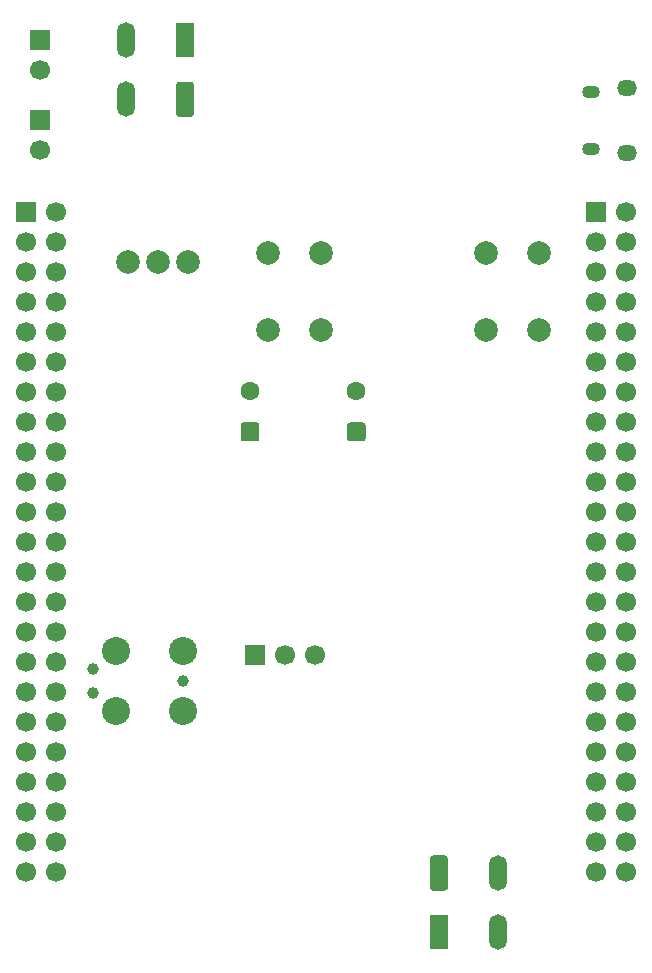
<source format=gbr>
G04 #@! TF.GenerationSoftware,KiCad,Pcbnew,9.0.6+1*
G04 #@! TF.CreationDate,2025-11-29T18:55:21+00:00*
G04 #@! TF.ProjectId,com4bbb,636f6d34-6262-4622-9e6b-696361645f70,0.2*
G04 #@! TF.SameCoordinates,Original*
G04 #@! TF.FileFunction,Soldermask,Bot*
G04 #@! TF.FilePolarity,Negative*
%FSLAX46Y46*%
G04 Gerber Fmt 4.6, Leading zero omitted, Abs format (unit mm)*
G04 Created by KiCad (PCBNEW 9.0.6+1) date 2025-11-29 18:55:21*
%MOMM*%
%LPD*%
G01*
G04 APERTURE LIST*
%ADD10R,1.700000X1.700000*%
%ADD11C,1.700000*%
%ADD12R,1.500000X3.000000*%
%ADD13O,1.500000X3.000000*%
%ADD14C,2.000000*%
%ADD15C,2.374900*%
%ADD16C,0.990600*%
%ADD17C,1.600000*%
%ADD18O,1.700000X1.350000*%
%ADD19O,1.500000X1.100000*%
G04 APERTURE END LIST*
D10*
X164630100Y-62382400D03*
D11*
X167170100Y-62382400D03*
X164630100Y-64922400D03*
X167170100Y-64922400D03*
X164630100Y-67462400D03*
X167170100Y-67462400D03*
X164630100Y-70002400D03*
X167170100Y-70002400D03*
X164630100Y-72542400D03*
X167170100Y-72542400D03*
X164630100Y-75082400D03*
X167170100Y-75082400D03*
X164630100Y-77622400D03*
X167170100Y-77622400D03*
X164630100Y-80162400D03*
X167170100Y-80162400D03*
X164630100Y-82702400D03*
X167170100Y-82702400D03*
X164630100Y-85242400D03*
X167170100Y-85242400D03*
X164630100Y-87782400D03*
X167170100Y-87782400D03*
X164630100Y-90322400D03*
X167170100Y-90322400D03*
X164630100Y-92862400D03*
X167170100Y-92862400D03*
X164630100Y-95402400D03*
X167170100Y-95402400D03*
X164630100Y-97942400D03*
X167170100Y-97942400D03*
X164630100Y-100482400D03*
X167170100Y-100482400D03*
X164630100Y-103022400D03*
X167170100Y-103022400D03*
X164630100Y-105562400D03*
X167170100Y-105562400D03*
X164630100Y-108102400D03*
X167170100Y-108102400D03*
X164630100Y-110642400D03*
X167170100Y-110642400D03*
X164630100Y-113182400D03*
X167170100Y-113182400D03*
X164630100Y-115722400D03*
X167170100Y-115722400D03*
X164630100Y-118262400D03*
X167170100Y-118262400D03*
D10*
X116370100Y-62382400D03*
D11*
X118910100Y-62382400D03*
X116370100Y-64922400D03*
X118910100Y-64922400D03*
X116370100Y-67462400D03*
X118910100Y-67462400D03*
X116370100Y-70002400D03*
X118910100Y-70002400D03*
X116370100Y-72542400D03*
X118910100Y-72542400D03*
X116370100Y-75082400D03*
X118910100Y-75082400D03*
X116370100Y-77622400D03*
X118910100Y-77622400D03*
X116370100Y-80162400D03*
X118910100Y-80162400D03*
X116370100Y-82702400D03*
X118910100Y-82702400D03*
X116370100Y-85242400D03*
X118910100Y-85242400D03*
X116370100Y-87782400D03*
X118910100Y-87782400D03*
X116370100Y-90322400D03*
X118910100Y-90322400D03*
X116370100Y-92862400D03*
X118910100Y-92862400D03*
X116370100Y-95402400D03*
X118910100Y-95402400D03*
X116370100Y-97942400D03*
X118910100Y-97942400D03*
X116370100Y-100482400D03*
X118910100Y-100482400D03*
X116370100Y-103022400D03*
X118910100Y-103022400D03*
X116370100Y-105562400D03*
X118910100Y-105562400D03*
X116370100Y-108102400D03*
X118910100Y-108102400D03*
X116370100Y-110642400D03*
X118910100Y-110642400D03*
X116370100Y-113182400D03*
X118910100Y-113182400D03*
X116370100Y-115722400D03*
X118910100Y-115722400D03*
X116370100Y-118262400D03*
X118910100Y-118262400D03*
G36*
G01*
X150620100Y-119632399D02*
X150620100Y-117132401D01*
G75*
G02*
X150870101Y-116882400I250001J0D01*
G01*
X151870099Y-116882400D01*
G75*
G02*
X152120100Y-117132401I0J-250001D01*
G01*
X152120100Y-119632399D01*
G75*
G02*
X151870099Y-119882400I-250001J0D01*
G01*
X150870101Y-119882400D01*
G75*
G02*
X150620100Y-119632399I0J250001D01*
G01*
G37*
D12*
X151370100Y-123382400D03*
D13*
X156370100Y-118382400D03*
X156370100Y-123382400D03*
D14*
X155370100Y-72382400D03*
X155370100Y-65882400D03*
X159870100Y-72382400D03*
X159870100Y-65882400D03*
X136870100Y-72382400D03*
X136870100Y-65882400D03*
X141370100Y-72382400D03*
X141370100Y-65882400D03*
G36*
G01*
X130620100Y-51632401D02*
X130620100Y-54132399D01*
G75*
G02*
X130370099Y-54382400I-250001J0D01*
G01*
X129370101Y-54382400D01*
G75*
G02*
X129120100Y-54132399I0J250001D01*
G01*
X129120100Y-51632401D01*
G75*
G02*
X129370101Y-51382400I250001J0D01*
G01*
X130370099Y-51382400D01*
G75*
G02*
X130620100Y-51632401I0J-250001D01*
G01*
G37*
D12*
X129870100Y-47882400D03*
D13*
X124870100Y-52882400D03*
X124870100Y-47882400D03*
D14*
X130160100Y-66632400D03*
X127620100Y-66632400D03*
X125080100Y-66632400D03*
D15*
X129740100Y-104688400D03*
D16*
X129740100Y-102148400D03*
D15*
X129740100Y-99608400D03*
X124025100Y-104688400D03*
X124025100Y-99608400D03*
D16*
X122120100Y-103164400D03*
X122120100Y-101132400D03*
G36*
G01*
X135920100Y-81835051D02*
X134820100Y-81835051D01*
G75*
G02*
X134570100Y-81585051I0J250000D01*
G01*
X134570100Y-80485051D01*
G75*
G02*
X134820100Y-80235051I250000J0D01*
G01*
X135920100Y-80235051D01*
G75*
G02*
X136170100Y-80485051I0J-250000D01*
G01*
X136170100Y-81585051D01*
G75*
G02*
X135920100Y-81835051I-250000J0D01*
G01*
G37*
D17*
X135370100Y-77535051D03*
D10*
X117620100Y-54607400D03*
D11*
X117620100Y-57147400D03*
D10*
X117620100Y-47857400D03*
D11*
X117620100Y-50397400D03*
G36*
G01*
X144920100Y-81835051D02*
X143820100Y-81835051D01*
G75*
G02*
X143570100Y-81585051I0J250000D01*
G01*
X143570100Y-80485051D01*
G75*
G02*
X143820100Y-80235051I250000J0D01*
G01*
X144920100Y-80235051D01*
G75*
G02*
X145170100Y-80485051I0J-250000D01*
G01*
X145170100Y-81585051D01*
G75*
G02*
X144920100Y-81835051I-250000J0D01*
G01*
G37*
D17*
X144370100Y-77535051D03*
D18*
X167250100Y-57412400D03*
D19*
X164250100Y-57102400D03*
X164250100Y-52262400D03*
D18*
X167250100Y-51952400D03*
D10*
X135830100Y-99882400D03*
D11*
X138370100Y-99882400D03*
X140910100Y-99882400D03*
M02*

</source>
